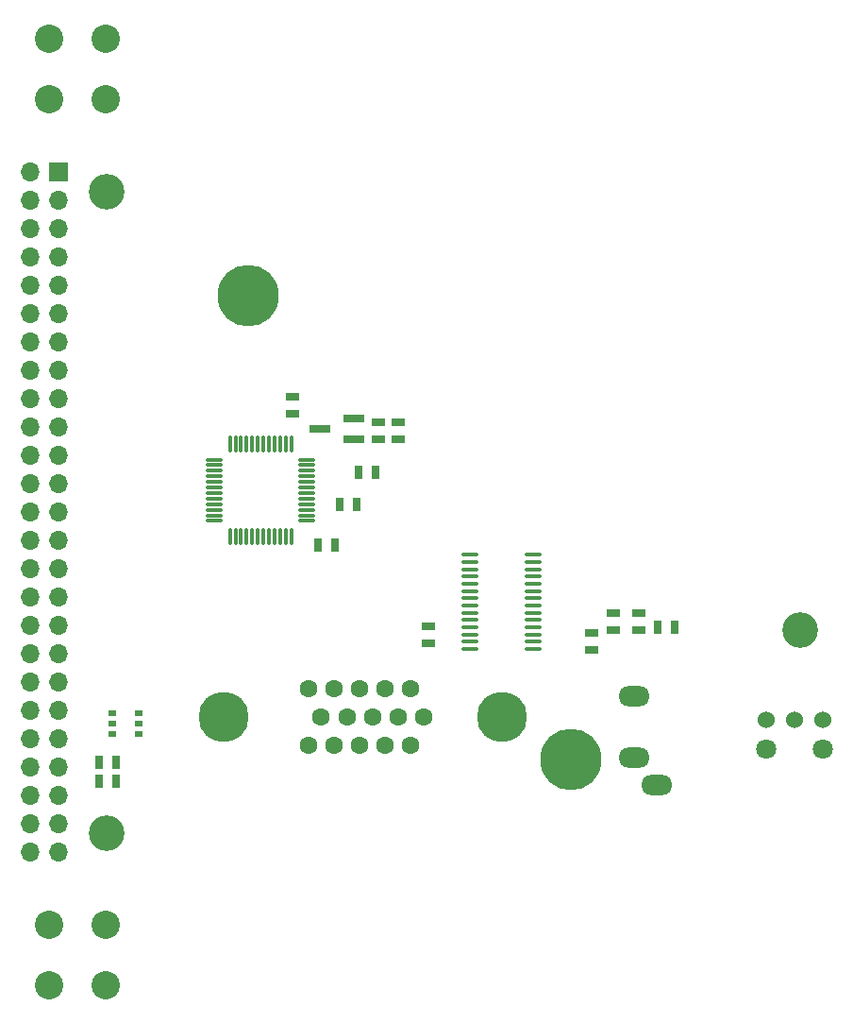
<source format=gbr>
%TF.GenerationSoftware,KiCad,Pcbnew,7.0.10+dfsg-1*%
%TF.CreationDate,2024-01-29T21:55:54+02:00*%
%TF.ProjectId,extra_av_out,65787472-615f-4617-965f-6f75742e6b69,rev?*%
%TF.SameCoordinates,Original*%
%TF.FileFunction,Soldermask,Top*%
%TF.FilePolarity,Negative*%
%FSLAX46Y46*%
G04 Gerber Fmt 4.6, Leading zero omitted, Abs format (unit mm)*
G04 Created by KiCad (PCBNEW 7.0.10+dfsg-1) date 2024-01-29 21:55:54*
%MOMM*%
%LPD*%
G01*
G04 APERTURE LIST*
G04 Aperture macros list*
%AMRoundRect*
0 Rectangle with rounded corners*
0 $1 Rounding radius*
0 $2 $3 $4 $5 $6 $7 $8 $9 X,Y pos of 4 corners*
0 Add a 4 corners polygon primitive as box body*
4,1,4,$2,$3,$4,$5,$6,$7,$8,$9,$2,$3,0*
0 Add four circle primitives for the rounded corners*
1,1,$1+$1,$2,$3*
1,1,$1+$1,$4,$5*
1,1,$1+$1,$6,$7*
1,1,$1+$1,$8,$9*
0 Add four rect primitives between the rounded corners*
20,1,$1+$1,$2,$3,$4,$5,0*
20,1,$1+$1,$4,$5,$6,$7,0*
20,1,$1+$1,$6,$7,$8,$9,0*
20,1,$1+$1,$8,$9,$2,$3,0*%
G04 Aperture macros list end*
%ADD10R,1.143000X0.635000*%
%ADD11R,0.635000X1.143000*%
%ADD12R,1.900000X0.800000*%
%ADD13R,1.700000X1.700000*%
%ADD14O,1.700000X1.700000*%
%ADD15C,1.524000*%
%ADD16C,1.800000*%
%ADD17C,1.600000*%
%ADD18C,4.500000*%
%ADD19RoundRect,0.075000X-0.662500X-0.075000X0.662500X-0.075000X0.662500X0.075000X-0.662500X0.075000X0*%
%ADD20RoundRect,0.075000X-0.075000X-0.662500X0.075000X-0.662500X0.075000X0.662500X-0.075000X0.662500X0*%
%ADD21R,0.700000X0.510000*%
%ADD22C,2.540000*%
%ADD23O,2.800000X1.800000*%
%ADD24RoundRect,0.100000X0.637500X0.100000X-0.637500X0.100000X-0.637500X-0.100000X0.637500X-0.100000X0*%
%ADD25C,3.200000*%
%ADD26C,5.500000*%
G04 APERTURE END LIST*
D10*
%TO.C,C11*%
X96810000Y-70054000D03*
X96810000Y-68530000D03*
%TD*%
D11*
%TO.C,C13*%
X102728000Y-68070000D03*
X104252000Y-68070000D03*
%TD*%
D10*
%TO.C,C20*%
X77700000Y-51222000D03*
X77700000Y-49698000D03*
%TD*%
D12*
%TO.C,D1*%
X75440000Y-51220000D03*
X75440000Y-49320000D03*
X72440000Y-50270000D03*
%TD*%
D13*
%TO.C,J1*%
X48925790Y-27248710D03*
D14*
X46385790Y-27248710D03*
X48925790Y-29788710D03*
X46385790Y-29788710D03*
X48925790Y-32328710D03*
X46385790Y-32328710D03*
X48925790Y-34868710D03*
X46385790Y-34868710D03*
X48925790Y-37408710D03*
X46385790Y-37408710D03*
X48925790Y-39948710D03*
X46385790Y-39948710D03*
X48925790Y-42488710D03*
X46385790Y-42488710D03*
X48925790Y-45028710D03*
X46385790Y-45028710D03*
X48925790Y-47568710D03*
X46385790Y-47568710D03*
X48925790Y-50108710D03*
X46385790Y-50108710D03*
X48925790Y-52648710D03*
X46385790Y-52648710D03*
X48925790Y-55188710D03*
X46385790Y-55188710D03*
X48925790Y-57728710D03*
X46385790Y-57728710D03*
X48925790Y-60268710D03*
X46385790Y-60268710D03*
X48925790Y-62808710D03*
X46385790Y-62808710D03*
X48925790Y-65348710D03*
X46385790Y-65348710D03*
X48925790Y-67888710D03*
X46385790Y-67888710D03*
X48925790Y-70428710D03*
X46385790Y-70428710D03*
X48925790Y-72968710D03*
X46385790Y-72968710D03*
X48925790Y-75508710D03*
X46385790Y-75508710D03*
X48925790Y-78048710D03*
X46385790Y-78048710D03*
X48925790Y-80588710D03*
X46385790Y-80588710D03*
X48925790Y-83128710D03*
X46385790Y-83128710D03*
X48925790Y-85668710D03*
X46385790Y-85668710D03*
X48925790Y-88208710D03*
X46385790Y-88208710D03*
%TD*%
D15*
%TO.C,J3*%
X117540000Y-76345000D03*
X115000000Y-76345000D03*
X112460000Y-76345000D03*
D16*
X112460000Y-78970000D03*
X117540000Y-78970000D03*
%TD*%
D17*
%TO.C,J4*%
X80560000Y-73590000D03*
X78270000Y-73590000D03*
X75980000Y-73590000D03*
X73690000Y-73590000D03*
X71400000Y-73590000D03*
X81700000Y-76130000D03*
X79410000Y-76130000D03*
X77120000Y-76130000D03*
X74830000Y-76130000D03*
D18*
X63740000Y-76130000D03*
D17*
X72540000Y-76130000D03*
D18*
X88740000Y-76130000D03*
D17*
X80560000Y-78670000D03*
X78270000Y-78670000D03*
X75980000Y-78670000D03*
X73690000Y-78670000D03*
X71400000Y-78670000D03*
%TD*%
D10*
%TO.C,R1*%
X82110000Y-69484000D03*
X82110000Y-67960000D03*
%TD*%
%TO.C,R2*%
X98750000Y-68330000D03*
X98750000Y-66806000D03*
%TD*%
%TO.C,R3*%
X101010000Y-68330000D03*
X101010000Y-66806000D03*
%TD*%
%TO.C,R4*%
X69980000Y-47438000D03*
X69980000Y-48962000D03*
%TD*%
D11*
%TO.C,R5*%
X77402000Y-54200000D03*
X75878000Y-54200000D03*
%TD*%
%TO.C,R6*%
X74188000Y-57060000D03*
X75712000Y-57060000D03*
%TD*%
%TO.C,R7*%
X72218000Y-60690000D03*
X73742000Y-60690000D03*
%TD*%
D10*
%TO.C,R8*%
X79410000Y-49696000D03*
X79410000Y-51220000D03*
%TD*%
D19*
%TO.C,U1*%
X62927500Y-53030000D03*
X62927500Y-53530000D03*
X62927500Y-54030000D03*
X62927500Y-54530000D03*
X62927500Y-55030000D03*
X62927500Y-55530000D03*
X62927500Y-56030000D03*
X62927500Y-56530000D03*
X62927500Y-57030000D03*
X62927500Y-57530000D03*
X62927500Y-58030000D03*
X62927500Y-58530000D03*
D20*
X64340000Y-59942500D03*
X64840000Y-59942500D03*
X65340000Y-59942500D03*
X65840000Y-59942500D03*
X66340000Y-59942500D03*
X66840000Y-59942500D03*
X67340000Y-59942500D03*
X67840000Y-59942500D03*
X68340000Y-59942500D03*
X68840000Y-59942500D03*
X69340000Y-59942500D03*
X69840000Y-59942500D03*
D19*
X71252500Y-58530000D03*
X71252500Y-58030000D03*
X71252500Y-57530000D03*
X71252500Y-57030000D03*
X71252500Y-56530000D03*
X71252500Y-56030000D03*
X71252500Y-55530000D03*
X71252500Y-55030000D03*
X71252500Y-54530000D03*
X71252500Y-54030000D03*
X71252500Y-53530000D03*
X71252500Y-53030000D03*
D20*
X69840000Y-51617500D03*
X69340000Y-51617500D03*
X68840000Y-51617500D03*
X68340000Y-51617500D03*
X67840000Y-51617500D03*
X67340000Y-51617500D03*
X66840000Y-51617500D03*
X66340000Y-51617500D03*
X65840000Y-51617500D03*
X65340000Y-51617500D03*
X64840000Y-51617500D03*
X64340000Y-51617500D03*
%TD*%
D21*
%TO.C,U3*%
X53810000Y-75720000D03*
X53810000Y-76670000D03*
X53810000Y-77620000D03*
X56130000Y-77620000D03*
X56130000Y-76670000D03*
X56130000Y-75720000D03*
%TD*%
D22*
%TO.C,ST1*%
X53190000Y-15300000D03*
X48110000Y-15300000D03*
X53190000Y-20740000D03*
X48110000Y-20740000D03*
%TD*%
%TO.C,ST2*%
X53190000Y-94720000D03*
X48110000Y-94720000D03*
X53190000Y-100160000D03*
X48110000Y-100160000D03*
%TD*%
D23*
%TO.C,J2*%
X100610000Y-74270000D03*
X102610000Y-82170000D03*
X100610000Y-79770000D03*
%TD*%
D24*
%TO.C,U2*%
X91582500Y-70007000D03*
X91582500Y-69357000D03*
X91582500Y-68707000D03*
X91582500Y-68057000D03*
X91582500Y-67407000D03*
X91582500Y-66757000D03*
X91582500Y-66107000D03*
X91582500Y-65457000D03*
X91582500Y-64807000D03*
X91582500Y-64157000D03*
X91582500Y-63507000D03*
X91582500Y-62857000D03*
X91582500Y-62207000D03*
X91582500Y-61557000D03*
X85857500Y-61557000D03*
X85857500Y-62207000D03*
X85857500Y-62857000D03*
X85857500Y-63507000D03*
X85857500Y-64157000D03*
X85857500Y-64807000D03*
X85857500Y-65457000D03*
X85857500Y-66107000D03*
X85857500Y-66757000D03*
X85857500Y-67407000D03*
X85857500Y-68057000D03*
X85857500Y-68707000D03*
X85857500Y-69357000D03*
X85857500Y-70007000D03*
%TD*%
D25*
%TO.C,MH3*%
X115500000Y-68270000D03*
%TD*%
D26*
%TO.C,MH4*%
X94900000Y-79930000D03*
%TD*%
D11*
%TO.C,FB1*%
X52586000Y-81890000D03*
X54110000Y-81890000D03*
%TD*%
D25*
%TO.C,MH2*%
X53300000Y-86500000D03*
%TD*%
%TO.C,MH1*%
X53300000Y-29000000D03*
%TD*%
D11*
%TO.C,FB2*%
X52586000Y-80150000D03*
X54110000Y-80150000D03*
%TD*%
D26*
%TO.C,MH5*%
X65950000Y-38360000D03*
%TD*%
M02*

</source>
